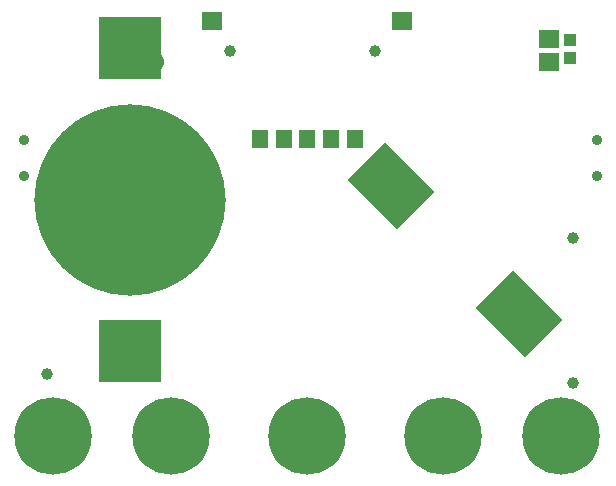
<source format=gbr>
G04 DipTrace 3.3.1.1*
G04 TopMask.gbr*
%MOIN*%
G04 #@! TF.FileFunction,Soldermask,Top*
G04 #@! TF.Part,Single*
%AMOUTLINE1*
4,1,4,
0.019487,-0.144762,
-0.144762,0.019487,
-0.019487,0.144762,
0.144762,-0.019487,
0.019487,-0.144762,
0*%
%ADD34C,0.066929*%
%ADD35C,0.035433*%
%ADD36C,0.03937*%
%ADD40R,0.055118X0.062992*%
%ADD42R,0.066929X0.062992*%
%ADD51R,0.066929X0.059055*%
%ADD57C,0.637795*%
%ADD59R,0.208661X0.208661*%
%ADD61C,0.257874*%
%ADD63R,0.03937X0.03937*%
%ADD69OUTLINE1*%
%FSLAX26Y26*%
G04*
G70*
G90*
G75*
G01*
G04 TopMask*
%LPD*%
D63*
X2272638Y1948672D3*
Y1889617D3*
D61*
X551181Y629923D3*
X944882D3*
X1397638D3*
X1850394D3*
X2244094D3*
D59*
X807076Y913387D3*
D57*
Y1417324D3*
D59*
Y1921261D3*
D34*
X885748Y1874756D3*
Y1599165D3*
D69*
X2103887Y1036173D3*
X1677953Y1462108D3*
D51*
X2203887Y1875986D3*
Y1950789D3*
D35*
X2362205Y1614175D3*
Y1496064D3*
X452756D3*
Y1614175D3*
D36*
X2283465Y805119D3*
Y1289371D3*
D42*
X1714567Y2011812D3*
X1080709D3*
D40*
X1397638Y1618112D3*
X1476378D3*
X1318898D3*
X1240157D3*
X1555118D3*
D36*
X1139764Y1913387D3*
X1624016D3*
X531496Y1320867D3*
Y836615D3*
M02*

</source>
